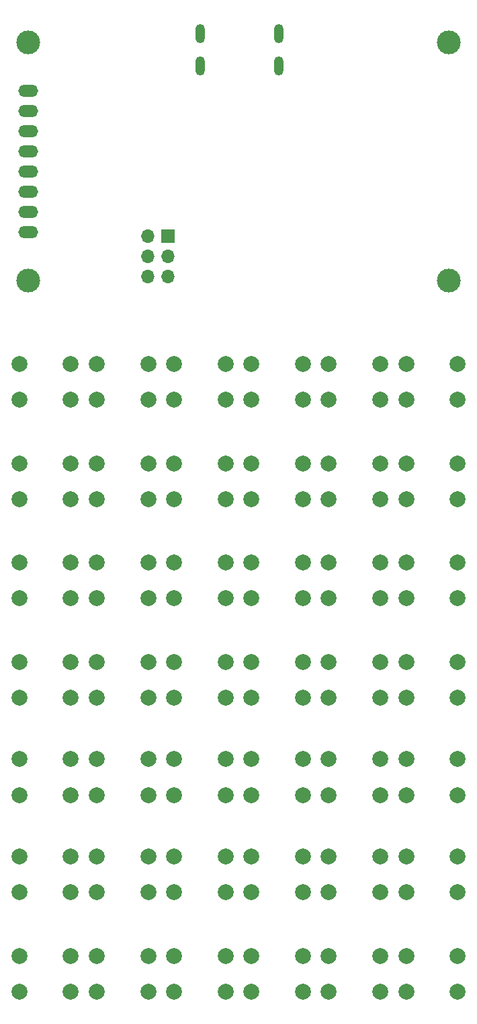
<source format=gbr>
G04 #@! TF.GenerationSoftware,KiCad,Pcbnew,6.0.0*
G04 #@! TF.CreationDate,2022-03-22T20:09:41+01:00*
G04 #@! TF.ProjectId,calculator,63616c63-756c-4617-946f-722e6b696361,rev?*
G04 #@! TF.SameCoordinates,Original*
G04 #@! TF.FileFunction,Soldermask,Top*
G04 #@! TF.FilePolarity,Negative*
%FSLAX46Y46*%
G04 Gerber Fmt 4.6, Leading zero omitted, Abs format (unit mm)*
G04 Created by KiCad (PCBNEW 6.0.0) date 2022-03-22 20:09:41*
%MOMM*%
%LPD*%
G01*
G04 APERTURE LIST*
%ADD10C,2.000000*%
%ADD11C,3.000000*%
%ADD12O,2.500000X1.500000*%
%ADD13O,1.200000X2.400000*%
%ADD14R,1.700000X1.700000*%
%ADD15O,1.700000X1.700000*%
G04 APERTURE END LIST*
D10*
X146000000Y-84750000D03*
X152500000Y-84750000D03*
X152500000Y-89250000D03*
X146000000Y-89250000D03*
X116750000Y-84750000D03*
X123250000Y-84750000D03*
X123250000Y-89250000D03*
X116750000Y-89250000D03*
X155750000Y-97250000D03*
X162250000Y-97250000D03*
X162250000Y-101750000D03*
X155750000Y-101750000D03*
X107000000Y-134500000D03*
X113500000Y-134500000D03*
X113500000Y-139000000D03*
X107000000Y-139000000D03*
X142750000Y-84750000D03*
X136250000Y-84750000D03*
X136250000Y-89250000D03*
X142750000Y-89250000D03*
X133000000Y-97250000D03*
X126500000Y-97250000D03*
X133000000Y-101750000D03*
X126500000Y-101750000D03*
X136250000Y-134500000D03*
X142750000Y-134500000D03*
X136250000Y-139000000D03*
X142750000Y-139000000D03*
X116750000Y-109750000D03*
X123250000Y-109750000D03*
X123250000Y-114250000D03*
X116750000Y-114250000D03*
X113500000Y-146750000D03*
X107000000Y-146750000D03*
X107000000Y-151250000D03*
X113500000Y-151250000D03*
X142750000Y-122250000D03*
X136250000Y-122250000D03*
X142750000Y-126750000D03*
X136250000Y-126750000D03*
X155750000Y-134500000D03*
X162250000Y-134500000D03*
X155750000Y-139000000D03*
X162250000Y-139000000D03*
X162250000Y-122250000D03*
X155750000Y-122250000D03*
X162250000Y-126750000D03*
X155750000Y-126750000D03*
X133000000Y-134500000D03*
X126500000Y-134500000D03*
X126500000Y-139000000D03*
X133000000Y-139000000D03*
X133000000Y-122250000D03*
X126500000Y-122250000D03*
X133000000Y-126750000D03*
X126500000Y-126750000D03*
X107000000Y-84750000D03*
X113500000Y-84750000D03*
X107000000Y-89250000D03*
X113500000Y-89250000D03*
X113500000Y-159250000D03*
X107000000Y-159250000D03*
X113500000Y-163750000D03*
X107000000Y-163750000D03*
X152500000Y-122250000D03*
X146000000Y-122250000D03*
X152500000Y-126750000D03*
X146000000Y-126750000D03*
X155750000Y-109750000D03*
X162250000Y-109750000D03*
X155750000Y-114250000D03*
X162250000Y-114250000D03*
X155750000Y-159250000D03*
X162250000Y-159250000D03*
X162250000Y-163750000D03*
X155750000Y-163750000D03*
X123250000Y-97250000D03*
X116750000Y-97250000D03*
X116750000Y-101750000D03*
X123250000Y-101750000D03*
X146000000Y-146750000D03*
X152500000Y-146750000D03*
X152500000Y-151250000D03*
X146000000Y-151250000D03*
X123250000Y-159250000D03*
X116750000Y-159250000D03*
X123250000Y-163750000D03*
X116750000Y-163750000D03*
X126500000Y-109750000D03*
X133000000Y-109750000D03*
X126500000Y-114250000D03*
X133000000Y-114250000D03*
X142750000Y-146750000D03*
X136250000Y-146750000D03*
X136250000Y-151250000D03*
X142750000Y-151250000D03*
X152500000Y-134500000D03*
X146000000Y-134500000D03*
X146000000Y-139000000D03*
X152500000Y-139000000D03*
X146000000Y-159250000D03*
X152500000Y-159250000D03*
X146000000Y-163750000D03*
X152500000Y-163750000D03*
X162250000Y-146750000D03*
X155750000Y-146750000D03*
X155750000Y-151250000D03*
X162250000Y-151250000D03*
X136250000Y-109750000D03*
X142750000Y-109750000D03*
X142750000Y-114250000D03*
X136250000Y-114250000D03*
X123250000Y-122250000D03*
X116750000Y-122250000D03*
X123250000Y-126750000D03*
X116750000Y-126750000D03*
X146000000Y-97250000D03*
X152500000Y-97250000D03*
X146000000Y-101750000D03*
X152500000Y-101750000D03*
X113500000Y-97250000D03*
X107000000Y-97250000D03*
X113500000Y-101750000D03*
X107000000Y-101750000D03*
X126500000Y-159250000D03*
X133000000Y-159250000D03*
X133000000Y-163750000D03*
X126500000Y-163750000D03*
X133000000Y-146750000D03*
X126500000Y-146750000D03*
X133000000Y-151250000D03*
X126500000Y-151250000D03*
X142750000Y-159250000D03*
X136250000Y-159250000D03*
X136250000Y-163750000D03*
X142750000Y-163750000D03*
X123250000Y-134500000D03*
X116750000Y-134500000D03*
X123250000Y-139000000D03*
X116750000Y-139000000D03*
X142750000Y-97250000D03*
X136250000Y-97250000D03*
X142750000Y-101750000D03*
X136250000Y-101750000D03*
X133000000Y-84750000D03*
X126500000Y-84750000D03*
X133000000Y-89250000D03*
X126500000Y-89250000D03*
X123250000Y-146750000D03*
X116750000Y-146750000D03*
X123250000Y-151250000D03*
X116750000Y-151250000D03*
X155750000Y-84750000D03*
X162250000Y-84750000D03*
X162250000Y-89250000D03*
X155750000Y-89250000D03*
X107000000Y-122250000D03*
X113500000Y-122250000D03*
X113500000Y-126750000D03*
X107000000Y-126750000D03*
X107000000Y-109750000D03*
X113500000Y-109750000D03*
X113500000Y-114250000D03*
X107000000Y-114250000D03*
X152500000Y-109750000D03*
X146000000Y-109750000D03*
X146000000Y-114250000D03*
X152500000Y-114250000D03*
D11*
X108145000Y-74285000D03*
X161145000Y-44285000D03*
X161145000Y-74285000D03*
X108145000Y-44285000D03*
D12*
X108145000Y-50395000D03*
X108145000Y-52935000D03*
X108145000Y-55475000D03*
X108145000Y-58015000D03*
X108145000Y-60555000D03*
X108145000Y-63095000D03*
X108145000Y-65635000D03*
X108145000Y-68175000D03*
D13*
X129800000Y-47230000D03*
X129800000Y-43230000D03*
X139700000Y-43230000D03*
X139700000Y-47230000D03*
D14*
X125750000Y-68670000D03*
D15*
X123210000Y-68670000D03*
X125750000Y-71210000D03*
X123210000Y-71210000D03*
X125750000Y-73750000D03*
X123210000Y-73750000D03*
M02*

</source>
